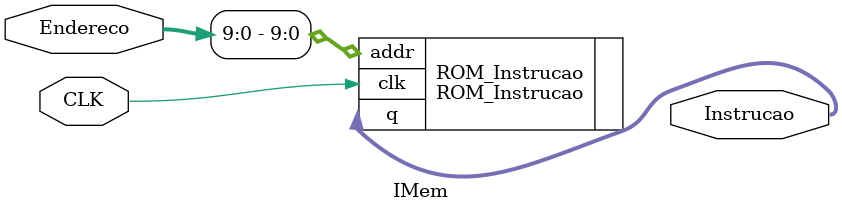
<source format=v>
module IMem(Endereco, Instrucao, CLK);

	input [31:0] Endereco;
	input CLK;
	output [31:0] Instrucao;
	
	ROM_Instrucao ROM_Instrucao(.addr(Endereco[9:0]), .clk(CLK), .q(Instrucao));
	
endmodule
</source>
